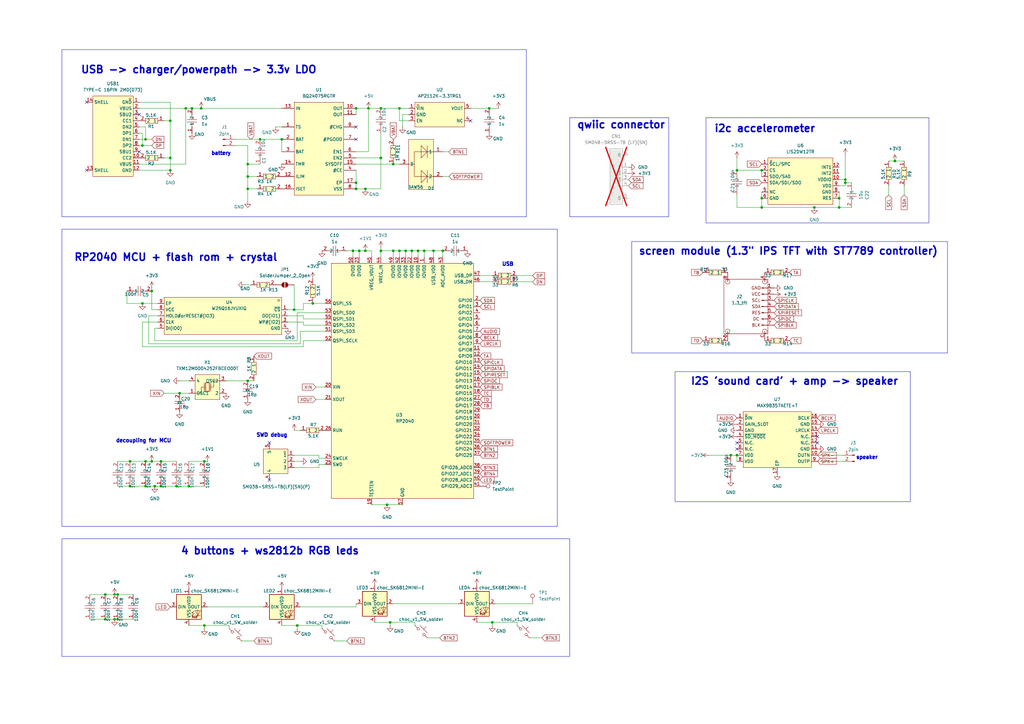
<source format=kicad_sch>
(kicad_sch (version 20250114) (generator "eeschema") (generator_version "9.0")
  (paper "A3")
  (rectangle (start 259.08 99.06) (end 388.62 144.78))
  (rectangle (start 25.4 93.98) (end 228.6 215.9))
  (rectangle (start 25.4 20.32) (end 215.9 88.9))
  (rectangle (start 25.4 220.98) (end 233.68 269.24))
  (rectangle (start 276.86 152.4) (end 373.38 205.74))
  (rectangle (start 233.68 48.26) (end 274.32 88.9))
  (rectangle (start 289.56 48.26) (end 381 91.44))
  (text "4 buttons + ws2812b RGB leds" (at 110.744 226.06 0) (effects (font (size 3 3) (thickness 0.6) (bold yes))))
  (text "i2c accelerometer" (at 313.69 52.832 0) (effects (font (size 3 3) (thickness 0.6) (bold yes))))
  (text "SWD debug" (at 111.506 178.562 0) (effects (font (size 1.5 1.5) (thickness 0.6) (bold yes))))
  (text "speaker" (at 355.6 187.706 0) (effects (font (size 1.5 1.5) (thickness 0.6) (bold yes))))
  (text "qwiic connector" (at 254.762 51.308 0) (effects (font (size 3 3) (thickness 0.6) (bold yes))))
  (text "RP2040 MCU + flash rom + crystal" (at 72.136 105.664 0) (effects (font (size 3 3) (thickness 0.6) (bold yes))))
  (text "USB -> charger/powerpath -> 3.3v LDO" (at 81.534 28.702 0) (effects (font (size 3 3) (thickness 0.6) (bold yes))))
  (text "USB" (at 208.28 108.458 0) (effects (font (size 1.5 1.5) (thickness 0.6) (bold yes))))
  (text "screen module (1.3\" IPS TFT with ST7789 controller)" (at 323.342 103.124 0) (effects (font (size 3 3) (thickness 0.6) (bold yes))))
  (text "I2S 'sound card' + amp -> speaker" (at 325.882 156.464 0) (effects (font (size 3 3) (thickness 0.6) (bold yes))))
  (text "battery" (at 90.678 62.992 0) (effects (font (size 1.5 1.5) (thickness 0.6) (bold yes))))
  (text "decoupling for MCU" (at 58.928 180.848 0) (effects (font (size 1.5 1.5) (thickness 0.6) (bold yes))))
  (junction (at 115.57 57.15))
  (junction (at 101.6 156.21))
  (junction (at 302.26 186.69))
  (junction (at 146.05 77.47))
  (junction (at 66.04 189.23))
  (junction (at 168.91 102.87))
  (junction (at 146.05 74.93))
  (junction (at 299.72 186.69))
  (junction (at 146.05 44.45))
  (junction (at 48.26 243.84))
  (junction (at 128.27 124.46))
  (junction (at 346.71 74.93))
  (junction (at 163.83 102.87))
  (junction (at 200.66 44.45))
  (junction (at 101.6 72.39))
  (junction (at 59.69 199.39))
  (junction (at 46.99 243.84))
  (junction (at 83.82 256.54))
  (junction (at 367.03 66.04))
  (junction (at 58.42 59.69))
  (junction (at 312.42 81.28))
  (junction (at 48.26 254))
  (junction (at 53.34 189.23))
  (junction (at 344.17 85.09))
  (junction (at 166.37 102.87))
  (junction (at 156.21 64.77))
  (junction (at 106.68 57.15))
  (junction (at 171.45 102.87))
  (junction (at 69.85 49.53))
  (junction (at 72.39 199.39))
  (junction (at 173.99 102.87))
  (junction (at 160.02 255.27))
  (junction (at 334.01 85.09))
  (junction (at 77.47 199.39))
  (junction (at 82.55 44.45))
  (junction (at 66.04 199.39))
  (junction (at 144.78 102.87))
  (junction (at 346.71 73.66))
  (junction (at 312.42 85.09))
  (junction (at 312.42 69.85))
  (junction (at 69.85 64.77))
  (junction (at 53.34 199.39))
  (junction (at 120.65 127))
  (junction (at 59.69 189.23))
  (junction (at 101.6 67.31))
  (junction (at 43.18 254))
  (junction (at 156.21 44.45))
  (junction (at 62.23 119.38))
  (junction (at 156.21 102.87))
  (junction (at 163.83 44.45))
  (junction (at 177.8 102.87))
  (junction (at 121.92 256.54))
  (junction (at 101.6 77.47))
  (junction (at 158.75 207.01))
  (junction (at 63.5 199.39))
  (junction (at 62.23 189.23))
  (junction (at 69.85 69.85))
  (junction (at 83.82 189.23))
  (junction (at 181.61 102.87))
  (junction (at 73.66 161.29))
  (junction (at 149.86 102.87))
  (junction (at 78.74 44.45))
  (junction (at 344.17 81.28))
  (junction (at 147.32 102.87))
  (junction (at 149.86 77.47))
  (junction (at 46.99 254))
  (junction (at 302.26 69.85))
  (junction (at 43.18 243.84))
  (junction (at 201.93 255.27))
  (junction (at 161.29 102.87))
  (junction (at 151.13 44.45))
  (junction (at 161.29 67.31))
  (junction (at 59.69 57.15))
  (junction (at 58.42 124.46))
  (junction (at 76.2 44.45))
  (no_connect (at 146.05 52.07))
  (no_connect (at 35.56 69.85))
  (no_connect (at 302.26 181.61))
  (no_connect (at 335.28 179.07))
  (no_connect (at 110.49 181.61))
  (no_connect (at 335.28 181.61))
  (no_connect (at 146.05 57.15))
  (no_connect (at 35.56 41.91))
  (no_connect (at 193.04 49.53))
  (no_connect (at 110.49 196.85))
  (no_connect (at 57.15 62.23))
  (no_connect (at 302.26 184.15))
  (no_connect (at 57.15 46.99))
  (wire (pts (xy 312.42 72.39) (xy 312.42 69.85)))
  (wire (pts (xy 120.65 127) (xy 124.46 127)))
  (wire (pts (xy 146.05 248.92) (xy 146.05 247.65)))
  (wire (pts (xy 161.29 247.65) (xy 187.96 247.65)))
  (wire (pts (xy 64.77 132.08) (xy 58.42 132.08)))
  (wire (pts (xy 147.32 102.87) (xy 147.32 105.41)))
  (wire (pts (xy 367.03 66.04) (xy 364.49 66.04)))
  (wire (pts (xy 167.64 46.99) (xy 165.1 46.99)))
  (wire (pts (xy 160.02 255.27) (xy 170.18 255.27)))
  (wire (pts (xy 218.44 113.03) (xy 212.09 113.03)))
  (wire (pts (xy 346.71 74.93) (xy 349.25 74.93)))
  (wire (pts (xy 124.46 127) (xy 124.46 124.46)))
  (wire (pts (xy 156.21 54.61) (xy 156.21 64.77)))
  (wire (pts (xy 120.65 116.84) (xy 120.65 127)))
  (wire (pts (xy 153.67 255.27) (xy 160.02 255.27)))
  (wire (pts (xy 181.61 62.23) (xy 184.15 62.23)))
  (wire (pts (xy 312.42 69.85) (xy 302.26 69.85)))
  (wire (pts (xy 67.31 49.53) (xy 69.85 49.53)))
  (wire (pts (xy 62.23 119.38) (xy 62.23 127)))
  (wire (pts (xy 115.57 57.15) (xy 115.57 62.23)))
  (wire (pts (xy 83.82 256.54) (xy 93.98 256.54)))
  (wire (pts (xy 120.65 186.69) (xy 130.81 186.69)))
  (wire (pts (xy 58.42 124.46) (xy 64.77 124.46)))
  (wire (pts (xy 63.5 139.7) (xy 121.92 139.7)))
  (wire (pts (xy 73.66 156.21) (xy 77.47 156.21)))
  (wire (pts (xy 195.58 255.27) (xy 201.93 255.27)))
  (wire (pts (xy 100.33 116.84) (xy 102.87 116.84)))
  (wire (pts (xy 64.77 127) (xy 62.23 127)))
  (wire (pts (xy 168.91 102.87) (xy 168.91 105.41)))
  (wire (pts (xy 146.05 62.23) (xy 151.13 62.23)))
  (wire (pts (xy 132.08 256.54) (xy 132.08 257.81)))
  (wire (pts (xy 163.83 44.45) (xy 167.64 44.45)))
  (wire (pts (xy 69.85 49.53) (xy 69.85 41.91)))
  (wire (pts (xy 344.17 85.09) (xy 334.01 85.09)))
  (wire (pts (xy 115.57 256.54) (xy 121.92 256.54)))
  (wire (pts (xy 156.21 77.47) (xy 149.86 77.47)))
  (wire (pts (xy 121.92 128.27) (xy 133.35 128.27)))
  (wire (pts (xy 168.91 102.87) (xy 171.45 102.87)))
  (wire (pts (xy 59.69 52.07) (xy 59.69 57.15)))
  (wire (pts (xy 63.5 199.39) (xy 66.04 199.39)))
  (wire (pts (xy 106.68 57.15) (xy 115.57 57.15)))
  (wire (pts (xy 175.26 261.62) (xy 180.34 261.62)))
  (wire (pts (xy 77.47 189.23) (xy 83.82 189.23)))
  (wire (pts (xy 161.29 102.87) (xy 163.83 102.87)))
  (wire (pts (xy 344.17 78.74) (xy 344.17 81.28)))
  (wire (pts (xy 72.39 199.39) (xy 77.47 199.39)))
  (wire (pts (xy 59.69 189.23) (xy 62.23 189.23)))
  (wire (pts (xy 124.46 139.7) (xy 133.35 139.7)))
  (wire (pts (xy 177.8 102.87) (xy 181.61 102.87)))
  (wire (pts (xy 200.66 44.45) (xy 193.04 44.45)))
  (wire (pts (xy 217.17 261.62) (xy 222.25 261.62)))
  (wire (pts (xy 156.21 102.87) (xy 161.29 102.87)))
  (wire (pts (xy 67.31 64.77) (xy 69.85 64.77)))
  (wire (pts (xy 165.1 46.99) (xy 165.1 52.07)))
  (wire (pts (xy 43.18 254) (xy 46.99 254)))
  (wire (pts (xy 181.61 72.39) (xy 184.15 72.39)))
  (wire (pts (xy 121.92 139.7) (xy 121.92 128.27)))
  (wire (pts (xy 130.81 186.69) (xy 130.81 187.96)))
  (wire (pts (xy 130.81 190.5) (xy 133.35 190.5)))
  (wire (pts (xy 48.26 254) (xy 54.61 254)))
  (wire (pts (xy 137.16 262.89) (xy 142.24 262.89)))
  (wire (pts (xy 123.19 135.89) (xy 123.19 140.97)))
  (wire (pts (xy 166.37 102.87) (xy 166.37 105.41)))
  (wire (pts (xy 57.15 52.07) (xy 59.69 52.07)))
  (wire (pts (xy 73.66 161.29) (xy 77.47 161.29)))
  (wire (pts (xy 124.46 124.46) (xy 128.27 124.46)))
  (wire (pts (xy 63.5 134.62) (xy 63.5 139.7)))
  (wire (pts (xy 146.05 67.31) (xy 161.29 67.31)))
  (wire (pts (xy 335.28 186.69) (xy 345.44 186.69)))
  (wire (pts (xy 101.6 59.69) (xy 96.52 59.69)))
  (wire (pts (xy 151.13 62.23) (xy 151.13 44.45)))
  (wire (pts (xy 93.98 256.54) (xy 93.98 257.81)))
  (wire (pts (xy 62.23 57.15) (xy 59.69 57.15)))
  (wire (pts (xy 212.09 255.27) (xy 212.09 256.54)))
  (wire (pts (xy 101.6 77.47) (xy 105.41 77.47)))
  (wire (pts (xy 57.15 44.45) (xy 76.2 44.45)))
  (wire (pts (xy 118.11 129.54) (xy 124.46 129.54)))
  (wire (pts (xy 334.01 85.09) (xy 312.42 85.09)))
  (wire (pts (xy 78.74 44.45) (xy 82.55 44.45)))
  (wire (pts (xy 129.54 163.83) (xy 133.35 163.83)))
  (wire (pts (xy 58.42 132.08) (xy 58.42 142.24)))
  (wire (pts (xy 124.46 132.08) (xy 124.46 133.35)))
  (wire (pts (xy 101.6 72.39) (xy 105.41 72.39)))
  (wire (pts (xy 101.6 156.21) (xy 92.71 156.21)))
  (wire (pts (xy 57.15 54.61) (xy 58.42 54.61)))
  (wire (pts (xy 201.93 255.27) (xy 212.09 255.27)))
  (wire (pts (xy 181.61 102.87) (xy 181.61 105.41)))
  (wire (pts (xy 123.19 248.92) (xy 146.05 248.92)))
  (wire (pts (xy 312.42 85.09) (xy 312.42 81.28)))
  (wire (pts (xy 196.85 115.57) (xy 201.93 115.57)))
  (wire (pts (xy 128.27 124.46) (xy 133.35 124.46)))
  (wire (pts (xy 152.4 105.41) (xy 152.4 102.87)))
  (wire (pts (xy 76.2 44.45) (xy 78.74 44.45)))
  (wire (pts (xy 62.23 59.69) (xy 58.42 59.69)))
  (wire (pts (xy 201.93 113.03) (xy 196.85 113.03)))
  (wire (pts (xy 290.83 186.69) (xy 299.72 186.69)))
  (wire (pts (xy 370.84 76.2) (xy 370.84 80.01)))
  (wire (pts (xy 146.05 69.85) (xy 146.05 74.93)))
  (wire (pts (xy 36.83 254) (xy 43.18 254)))
  (wire (pts (xy 123.19 140.97) (xy 60.96 140.97)))
  (wire (pts (xy 121.92 256.54) (xy 121.92 257.81)))
  (wire (pts (xy 58.42 142.24) (xy 124.46 142.24)))
  (wire (pts (xy 346.71 63.5) (xy 346.71 73.66)))
  (wire (pts (xy 101.6 77.47) (xy 101.6 72.39)))
  (wire (pts (xy 58.42 59.69) (xy 57.15 59.69)))
  (wire (pts (xy 36.83 243.84) (xy 43.18 243.84)))
  (wire (pts (xy 161.29 67.31) (xy 163.83 67.31)))
  (wire (pts (xy 204.47 44.45) (xy 200.66 44.45)))
  (wire (pts (xy 156.21 102.87) (xy 156.21 105.41)))
  (wire (pts (xy 146.05 77.47) (xy 149.86 77.47)))
  (wire (pts (xy 66.04 189.23) (xy 72.39 189.23)))
  (wire (pts (xy 53.34 199.39) (xy 59.69 199.39)))
  (wire (pts (xy 370.84 66.04) (xy 367.03 66.04)))
  (wire (pts (xy 302.26 186.69) (xy 302.26 189.23)))
  (wire (pts (xy 344.17 81.28) (xy 344.17 85.09)))
  (wire (pts (xy 146.05 44.45) (xy 146.05 46.99)))
  (wire (pts (xy 130.81 187.96) (xy 133.35 187.96)))
  (wire (pts (xy 83.82 189.23) (xy 85.09 189.23)))
  (wire (pts (xy 302.26 85.09) (xy 312.42 85.09)))
  (wire (pts (xy 96.52 57.15) (xy 106.68 57.15)))
  (wire (pts (xy 57.15 67.31) (xy 76.2 67.31)))
  (wire (pts (xy 144.78 102.87) (xy 144.78 105.41)))
  (wire (pts (xy 59.69 199.39) (xy 63.5 199.39)))
  (wire (pts (xy 156.21 64.77) (xy 156.21 77.47)))
  (wire (pts (xy 173.99 102.87) (xy 177.8 102.87)))
  (wire (pts (xy 69.85 69.85) (xy 57.15 69.85)))
  (wire (pts (xy 48.26 243.84) (xy 54.61 243.84)))
  (wire (pts (xy 83.82 256.54) (xy 83.82 257.81)))
  (wire (pts (xy 299.72 186.69) (xy 302.26 186.69)))
  (wire (pts (xy 146.05 44.45) (xy 151.13 44.45)))
  (wire (pts (xy 163.83 102.87) (xy 166.37 102.87)))
  (wire (pts (xy 62.23 118.11) (xy 62.23 119.38)))
  (wire (pts (xy 173.99 102.87) (xy 173.99 105.41)))
  (wire (pts (xy 76.2 67.31) (xy 76.2 44.45)))
  (wire (pts (xy 158.75 207.01) (xy 165.1 207.01)))
  (wire (pts (xy 156.21 44.45) (xy 163.83 44.45)))
  (wire (pts (xy 124.46 130.81) (xy 133.35 130.81)))
  (wire (pts (xy 166.37 102.87) (xy 168.91 102.87)))
  (wire (pts (xy 133.35 135.89) (xy 123.19 135.89)))
  (wire (pts (xy 129.54 158.75) (xy 133.35 158.75)))
  (wire (pts (xy 124.46 133.35) (xy 133.35 133.35)))
  (wire (pts (xy 48.26 189.23) (xy 53.34 189.23)))
  (wire (pts (xy 48.26 199.39) (xy 53.34 199.39)))
  (wire (pts (xy 302.26 80.01) (xy 302.26 85.09)))
  (wire (pts (xy 163.83 102.87) (xy 163.83 105.41)))
  (wire (pts (xy 118.11 127) (xy 120.65 127)))
  (wire (pts (xy 142.24 102.87) (xy 144.78 102.87)))
  (wire (pts (xy 152.4 102.87) (xy 149.86 102.87)))
  (wire (pts (xy 67.31 161.29) (xy 73.66 161.29)))
  (wire (pts (xy 118.11 132.08) (xy 124.46 132.08)))
  (wire (pts (xy 146.05 74.93) (xy 146.05 77.47)))
  (wire (pts (xy 66.04 199.39) (xy 72.39 199.39)))
  (wire (pts (xy 170.18 255.27) (xy 170.18 256.54)))
  (wire (pts (xy 346.71 74.93) (xy 346.71 73.66)))
  (wire (pts (xy 124.46 142.24) (xy 124.46 139.7)))
  (wire (pts (xy 346.71 76.2) (xy 346.71 74.93)))
  (wire (pts (xy 115.57 52.07) (xy 113.03 52.07)))
  (wire (pts (xy 101.6 67.31) (xy 106.68 67.31)))
  (wire (pts (xy 58.42 54.61) (xy 58.42 59.69)))
  (wire (pts (xy 120.65 176.53) (xy 123.19 176.53)))
  (wire (pts (xy 146.05 64.77) (xy 156.21 64.77)))
  (wire (pts (xy 53.34 189.23) (xy 59.69 189.23)))
  (wire (pts (xy 52.07 124.46) (xy 58.42 124.46)))
  (wire (pts (xy 120.65 191.77) (xy 130.81 191.77)))
  (wire (pts (xy 77.47 256.54) (xy 83.82 256.54)))
  (wire (pts (xy 152.4 207.01) (xy 158.75 207.01)))
  (wire (pts (xy 77.47 199.39) (xy 83.82 199.39)))
  (wire (pts (xy 344.17 85.09) (xy 349.25 85.09)))
  (wire (pts (xy 130.81 191.77) (xy 130.81 190.5)))
  (wire (pts (xy 104.14 156.21) (xy 101.6 156.21)))
  (wire (pts (xy 156.21 101.6) (xy 156.21 102.87)))
  (wire (pts (xy 344.17 76.2) (xy 346.71 76.2)))
  (wire (pts (xy 60.96 140.97) (xy 60.96 129.54)))
  (wire (pts (xy 302.26 64.77) (xy 302.26 69.85)))
  (wire (pts (xy 64.77 134.62) (xy 63.5 134.62)))
  (wire (pts (xy 101.6 67.31) (xy 101.6 59.69)))
  (wire (pts (xy 69.85 49.53) (xy 69.85 64.77)))
  (wire (pts (xy 60.96 129.54) (xy 64.77 129.54)))
  (wire (pts (xy 346.71 73.66) (xy 344.17 73.66)))
  (wire (pts (xy 218.44 115.57) (xy 212.09 115.57)))
  (wire (pts (xy 160.02 255.27) (xy 160.02 256.54)))
  (wire (pts (xy 46.99 254) (xy 48.26 254)))
  (wire (pts (xy 121.92 256.54) (xy 132.08 256.54)))
  (wire (pts (xy 85.09 248.92) (xy 107.95 248.92)))
  (wire (pts (xy 101.6 82.55) (xy 101.6 77.47)))
  (wire (pts (xy 59.69 57.15) (xy 57.15 57.15)))
  (wire (pts (xy 312.42 78.74) (xy 312.42 81.28)))
  (wire (pts (xy 203.2 247.65) (xy 218.44 247.65)))
  (wire (pts (xy 201.93 255.27) (xy 201.93 256.54)))
  (wire (pts (xy 69.85 64.77) (xy 69.85 69.85)))
  (wire (pts (xy 147.32 102.87) (xy 144.78 102.87)))
  (wire (pts (xy 161.29 102.87) (xy 161.29 105.41)))
  (wire (pts (xy 171.45 102.87) (xy 171.45 105.41)))
  (wire (pts (xy 364.49 76.2) (xy 364.49 80.01)))
  (wire (pts (xy 120.65 189.23) (xy 123.19 189.23)))
  (wire (pts (xy 177.8 102.87) (xy 177.8 105.41)))
  (wire (pts (xy 52.07 119.38) (xy 52.07 124.46)))
  (wire (pts (xy 167.64 49.53) (xy 163.83 49.53)))
  (wire (pts (xy 43.18 243.84) (xy 46.99 243.84)))
  (wire (pts (xy 163.83 49.53) (xy 163.83 44.45)))
  (wire (pts (xy 124.46 129.54) (xy 124.46 130.81)))
  (wire (pts (xy 62.23 189.23) (xy 66.04 189.23)))
  (wire (pts (xy 335.28 189.23) (xy 345.44 189.23)))
  (wire (pts (xy 46.99 243.84) (xy 48.26 243.84)))
  (wire (pts (xy 171.45 102.87) (xy 173.99 102.87)))
  (wire (pts (xy 57.15 41.91) (xy 69.85 41.91)))
  (wire (pts (xy 82.55 44.45) (xy 115.57 44.45)))
  (wire (pts (xy 101.6 72.39) (xy 101.6 67.31)))
  (wire (pts (xy 99.06 262.89) (xy 104.14 262.89)))
  (wire (pts (xy 151.13 44.45) (xy 156.21 44.45)))
  (wire (pts (xy 149.86 102.87) (xy 147.32 102.87)))
  (global_label "BCLK" (shape input) (at 196.85 138.43 0) (property "Intersheetrefs" "${INTERSHEET_REFS}" (effects (hide yes))))
  (global_label "VBAT" (shape input) (at 161.29 57.15 90) (property "Intersheetrefs" "${INTERSHEET_REFS}" (effects (hide yes))))
  (global_label "XOUT" (shape input) (at 104.14 146.05 0) (property "Intersheetrefs" "${INTERSHEET_REFS}" (effects (hide yes))))
  (global_label "SCL" (shape input) (at 312.42 67.31 180) (property "Intersheetrefs" "${INTERSHEET_REFS}" (effects (hide yes))))
  (global_label "SDA" (shape input) (at 196.85 123.19 0) (property "Intersheetrefs" "${INTERSHEET_REFS}" (effects (hide yes))))
  (global_label "SPIRESET" (shape input) (at 196.85 153.67 0) (property "Intersheetrefs" "${INTERSHEET_REFS}" (effects (hide yes))))
  (global_label "TA" (shape input) (at 196.85 146.05 0) (property "Intersheetrefs" "${INTERSHEET_REFS}" (effects (hide yes))))
  (global_label "BTN1" (shape input) (at 184.15 62.23 0) (property "Intersheetrefs" "${INTERSHEET_REFS}" (effects (hide yes))))
  (global_label "TD" (shape input) (at 288.29 139.7 180) (property "Intersheetrefs" "${INTERSHEET_REFS}" (effects (hide yes))))
  (global_label "XIN" (shape input) (at 67.31 161.29 180) (property "Intersheetrefs" "${INTERSHEET_REFS}" (effects (hide yes))))
  (global_label "BTN3" (shape input) (at 222.25 261.62 0) (property "Intersheetrefs" "${INTERSHEET_REFS}" (effects (hide yes))))
  (global_label "SPK+" (shape input) (at 335.28 189.23 0) (property "Intersheetrefs" "${INTERSHEET_REFS}" (effects (hide yes))))
  (global_label "SPIDC" (shape input) (at 196.85 156.21 0) (property "Intersheetrefs" "${INTERSHEET_REFS}" (effects (hide yes))))
  (global_label "SCL" (shape input) (at 364.49 80.01 270) (property "Intersheetrefs" "${INTERSHEET_REFS}" (effects (hide yes))))
  (global_label "SPIDATA" (shape input) (at 196.85 151.13 0) (property "Intersheetrefs" "${INTERSHEET_REFS}" (effects (hide yes))))
  (global_label "SPK-" (shape input) (at 335.28 186.69 0) (property "Intersheetrefs" "${INTERSHEET_REFS}" (effects (hide yes))))
  (global_label "LED" (shape input) (at 196.85 196.85 0) (property "Intersheetrefs" "${INTERSHEET_REFS}" (effects (hide yes))))
  (global_label "BTN1" (shape input) (at 196.85 184.15 0) (property "Intersheetrefs" "${INTERSHEET_REFS}" (effects (hide yes))))
  (global_label "AUDIO" (shape input) (at 196.85 135.89 0) (property "Intersheetrefs" "${INTERSHEET_REFS}" (effects (hide yes))))
  (global_label "BTN4" (shape input) (at 104.14 262.89 0) (property "Intersheetrefs" "${INTERSHEET_REFS}" (effects (hide yes))))
  (global_label "TD" (shape input) (at 196.85 163.83 0) (property "Intersheetrefs" "${INTERSHEET_REFS}" (effects (hide yes))))
  (global_label "SDA" (shape input) (at 312.42 74.93 180) (property "Intersheetrefs" "${INTERSHEET_REFS}" (effects (hide yes))))
  (global_label "SPIDC" (shape input) (at 317.5 130.81 0) (property "Intersheetrefs" "${INTERSHEET_REFS}" (effects (hide yes))))
  (global_label "BTN2" (shape input) (at 180.34 261.62 0) (property "Intersheetrefs" "${INTERSHEET_REFS}" (effects (hide yes))))
  (global_label "DN" (shape input) (at 218.44 115.57 0) (property "Intersheetrefs" "${INTERSHEET_REFS}" (effects (hide yes))))
  (global_label "LRCLK" (shape input) (at 196.85 140.97 0) (property "Intersheetrefs" "${INTERSHEET_REFS}" (effects (hide yes))))
  (global_label "SOFTPOWER" (shape input) (at 184.15 72.39 0) (property "Intersheetrefs" "${INTERSHEET_REFS}" (effects (hide yes))))
  (global_label "BTN4" (shape input) (at 196.85 194.31 0) (property "Intersheetrefs" "${INTERSHEET_REFS}" (effects (hide yes))))
  (global_label "TB" (shape input) (at 288.29 111.76 180) (property "Intersheetrefs" "${INTERSHEET_REFS}" (effects (hide yes))))
  (global_label "TA" (shape input) (at 323.85 111.76 0) (property "Intersheetrefs" "${INTERSHEET_REFS}" (effects (hide yes))))
  (global_label "SCL" (shape input) (at 257.81 76.2 0) (property "Intersheetrefs" "${INTERSHEET_REFS}" (effects (hide yes))))
  (global_label "SPIRESET" (shape input) (at 317.5 128.27 0) (property "Intersheetrefs" "${INTERSHEET_REFS}" (effects (hide yes))))
  (global_label "SPIBLK" (shape input) (at 196.85 158.75 0) (property "Intersheetrefs" "${INTERSHEET_REFS}" (effects (hide yes))))
  (global_label "SDA" (shape input) (at 257.81 73.66 0) (property "Intersheetrefs" "${INTERSHEET_REFS}" (effects (hide yes))))
  (global_label "BTN1" (shape input) (at 142.24 262.89 0) (property "Intersheetrefs" "${INTERSHEET_REFS}" (effects (hide yes))))
  (global_label "SPIBLK" (shape input) (at 317.5 133.35 0) (property "Intersheetrefs" "${INTERSHEET_REFS}" (effects (hide yes))))
  (global_label "DN" (shape input) (at 62.23 57.15 0) (property "Intersheetrefs" "${INTERSHEET_REFS}" (effects (hide yes))))
  (global_label "DP" (shape input) (at 218.44 113.03 0) (property "Intersheetrefs" "${INTERSHEET_REFS}" (effects (hide yes))))
  (global_label "TB" (shape input) (at 196.85 166.37 0) (property "Intersheetrefs" "${INTERSHEET_REFS}" (effects (hide yes))))
  (global_label "SOFTPOWER" (shape input) (at 196.85 181.61 0) (property "Intersheetrefs" "${INTERSHEET_REFS}" (effects (hide yes))))
  (global_label "XIN" (shape input) (at 129.54 158.75 180) (property "Intersheetrefs" "${INTERSHEET_REFS}" (effects (hide yes))))
  (global_label "SDA" (shape input) (at 370.84 80.01 270) (property "Intersheetrefs" "${INTERSHEET_REFS}" (effects (hide yes))))
  (global_label "LRCLK" (shape input) (at 335.28 176.53 0) (property "Intersheetrefs" "${INTERSHEET_REFS}" (effects (hide yes))))
  (global_label "VBAT" (shape input) (at 102.87 57.15 90) (property "Intersheetrefs" "${INTERSHEET_REFS}" (effects (hide yes))))
  (global_label "XOUT" (shape input) (at 129.54 163.83 180) (property "Intersheetrefs" "${INTERSHEET_REFS}" (effects (hide yes))))
  (global_label "BTN3" (shape input) (at 196.85 191.77 0) (property "Intersheetrefs" "${INTERSHEET_REFS}" (effects (hide yes))))
  (global_label "SPIDATA" (shape input) (at 317.5 125.73 0) (property "Intersheetrefs" "${INTERSHEET_REFS}" (effects (hide yes))))
  (global_label "SCL" (shape input) (at 196.85 125.73 0) (property "Intersheetrefs" "${INTERSHEET_REFS}" (effects (hide yes))))
  (global_label "SPICLK" (shape input) (at 317.5 123.19 0) (property "Intersheetrefs" "${INTERSHEET_REFS}" (effects (hide yes))))
  (global_label "TC" (shape input) (at 196.85 161.29 0) (property "Intersheetrefs" "${INTERSHEET_REFS}" (effects (hide yes))))
  (global_label "AUDIO" (shape input) (at 302.26 171.45 180) (property "Intersheetrefs" "${INTERSHEET_REFS}" (effects (hide yes))))
  (global_label "SPICLK" (shape input) (at 196.85 148.59 0) (property "Intersheetrefs" "${INTERSHEET_REFS}" (effects (hide yes))))
  (global_label "BCLK" (shape input) (at 335.28 171.45 0) (property "Intersheetrefs" "${INTERSHEET_REFS}" (effects (hide yes))))
  (global_label "TC" (shape input) (at 323.85 139.7 0) (property "Intersheetrefs" "${INTERSHEET_REFS}" (effects (hide yes))))
  (global_label "DP" (shape input) (at 62.23 59.69 0) (property "Intersheetrefs" "${INTERSHEET_REFS}" (effects (hide yes))))
  (global_label "LED" (shape input) (at 69.85 248.92 180) (property "Intersheetrefs" "${INTERSHEET_REFS}" (effects (hide yes))))
  (global_label "BTN2" (shape input) (at 196.85 186.69 0) (property "Intersheetrefs" "${INTERSHEET_REFS}" (effects (hide yes))))
  (symbol (lib_id "power:+3V3") (at 120.65 176.53 0) (unit 1)
    (property "Reference" "#PWR031" (effects (hide yes)))
    (property "Value" "+3V3" (at 120.65 171.45 0))
    (property "Description" "Power symbol creates a global label with name \"+3V3\"" (effects (hide yes)))
  )
  (symbol (lib_id "power:GND") (at 113.03 52.07 0) (unit 1)
    (property "Reference" "#PWR08" (effects (hide yes)))
    (property "Value" "GND" (at 109.474 54.356 0))
    (property "Description" "Power symbol creates a global label with name \"GND\" , ground" (effects (hide yes)))
  )
  (symbol (lib_id "easyeda2kicad:CL05B104KB54PNC") (at 302.26 74.93 90) (unit 1)
    (property "Reference" "C21" (at 300.482 76.962 0))
    (property "Value" "100n" (at 300.482 71.882 0))
    (property "Footprint" "easyeda2kicad:C0402" (effects (hide yes)))
    (property "Datasheet" "https://lcsc.com/product-detail/Others_Samsung-Electro-Mechanics_CL05B104KB54PNC_Samsung-Electro-Mechanics-CL05B104KB54PNC_C307331.html" (effects (hide yes)))
    (property "LCSC Part" "C307331" (effects (hide yes)))
  )
  (symbol (lib_id "easyeda2kicad:0402WGF5101TCE") (at 62.23 64.77 0) (mirror y) (unit 1)
    (property "Reference" "R2" (at 61.976 67.056 0))
    (property "Value" "5.1K" (at 61.976 62.484 0))
    (property "Footprint" "easyeda2kicad:R0402" (effects (hide yes)))
    (property "Datasheet" "https://lcsc.com/product-detail/Chip-Resistor-Surface-Mount-UniOhm_5-1KR-5101-1_C25905.html" (effects (hide yes)))
    (property "LCSC Part" "C25905" (effects (hide yes)))
  )
  (symbol (lib_id "power:+3V3") (at 302.26 173.99 90) (mirror x) (unit 1)
    (property "Reference" "#PWR050" (effects (hide yes)))
    (property "Value" "+3V3" (at 297.18 173.99 90))
    (property "Description" "Power symbol creates a global label with name \"+3V3\"" (effects (hide yes)))
  )
  (symbol (lib_id "PCM_marbastlib-choc:choc_v1_SW_solder") (at 172.72 259.08 0) (unit 1)
    (property "Reference" "CH3" (at 172.72 251.46 0))
    (property "Value" "choc_v1_SW_solder" (at 172.72 254 0))
    (property "Footprint" "PCM_marbastlib-choc:SW_choc_v1_1u" (effects (hide yes)))
    (property "Description" "Push button switch, normally open, two pins, 45° tilted" (effects (hide yes)))
  )
  (symbol (lib_id "power:+3V3") (at 257.81 71.12 270) (unit 1)
    (property "Reference" "#PWR056" (effects (hide yes)))
    (property "Value" "+3V3" (at 261.62 71.1199 90) (effects (justify left)))
    (property "Description" "Power symbol creates a global label with name \"+3V3\"" (effects (hide yes)))
  )
  (symbol (lib_id "power:GND") (at 317.5 118.11 90) (unit 1)
    (property "Reference" "#PWR06" (effects (hide yes)))
    (property "Value" "GND" (at 321.31 118.1099 90) (effects (justify right)))
    (property "Description" "Power symbol creates a global label with name \"GND\" , ground" (effects (hide yes)))
  )
  (symbol (lib_id "power:GND") (at 46.99 254 0) (mirror y) (unit 1)
    (property "Reference" "#PWR028" (effects (hide yes)))
    (property "Value" "GND" (at 50.546 256.286 0))
    (property "Description" "Power symbol creates a global label with name \"GND\" , ground" (effects (hide yes)))
  )
  (symbol (lib_id "power:GND") (at 101.6 163.83 0) (unit 1)
    (property "Reference" "#PWR043" (effects (hide yes)))
    (property "Value" "GND" (at 101.6 168.91 0))
    (property "Description" "Power symbol creates a global label with name \"GND\" , ground" (effects (hide yes)))
  )
  (symbol (lib_id "power:GND") (at 118.11 134.62 0) (mirror y) (unit 1)
    (property "Reference" "#PWR016" (effects (hide yes)))
    (property "Value" "GND" (at 118.872 138.43 0))
    (property "Description" "Power symbol creates a global label with name \"GND\" , ground" (effects (hide yes)))
  )
  (symbol (lib_id "Connector:TestPoint") (at 196.85 199.39 270) (unit 1)
    (property "Reference" "TP2" (at 201.93 198.1199 90) (effects (justify left)))
    (property "Value" "TestPoint" (at 201.93 200.6599 90) (effects (justify left)))
    (property "Footprint" "TestPoint:TestPoint_Pad_D1.0mm" (effects (hide yes)))
    (property "Description" "test point" (effects (hide yes)))
  )
  (symbol (lib_id "easyeda2kicad:AP2112K-3.3TRG1") (at 180.34 46.99 0) (unit 1)
    (property "Reference" "U2" (at 180.34 36.83 0))
    (property "Value" "AP2112K-3.3TRG1" (at 180.34 39.37 0))
    (property "Footprint" "easyeda2kicad:SOT-25-5_L2.9-W1.6-P0.95-LS2.8-BL" (effects (hide yes)))
    (property "Datasheet" "https://lcsc.com/product-detail/Low-Dropout-Regulators-LDO_DIODES_AP2112K-3-3TRG1_AP2112K-3-3TRG1_C51118.html" (effects (hide yes)))
    (property "LCSC Part" "C51118" (effects (hide yes)))
  )
  (symbol (lib_id "power:+3V3") (at 156.21 101.6 0) (unit 1)
    (property "Reference" "#PWR032" (effects (hide yes)))
    (property "Value" "+3V3" (at 156.21 96.52 0))
    (property "Description" "Power symbol creates a global label with name \"+3V3\"" (effects (hide yes)))
  )
  (symbol (lib_id "easyeda2kicad:0402WGF1001TCE") (at 110.49 72.39 0) (unit 1)
    (property "Reference" "R3" (at 106.934 74.422 0))
    (property "Value" "1K" (at 110.49 74.422 0))
    (property "Footprint" "easyeda2kicad:R0402" (effects (hide yes)))
    (property "Datasheet" "https://lcsc.com/product-detail/Chip-Resistor-Surface-Mount-UniOhm_1KR-1001-1_C11702.html" (effects (hide yes)))
    (property "LCSC Part" "C11702" (effects (hide yes)))
  )
  (symbol (lib_id "easyeda2kicad:CL05B104KB54PNC") (at 83.82 194.31 90) (unit 1)
    (property "Reference" "C18" (at 85.344 191.77 0))
    (property "Value" "100n" (at 85.09 197.866 0))
    (property "Footprint" "easyeda2kicad:C0402" (effects (hide yes)))
    (property "Datasheet" "https://lcsc.com/product-detail/Others_Samsung-Electro-Mechanics_CL05B104KB54PNC_Samsung-Electro-Mechanics-CL05B104KB54PNC_C307331.html" (effects (hide yes)))
    (property "LCSC Part" "C307331" (effects (hide yes)))
  )
  (symbol (lib_id "power:+3V3") (at 290.83 186.69 90) (mirror x) (unit 1)
    (property "Reference" "#PWR049" (effects (hide yes)))
    (property "Value" "+3V3" (at 285.75 186.69 90))
    (property "Description" "Power symbol creates a global label with name \"+3V3\"" (effects (hide yes)))
  )
  (symbol (lib_id "easyeda2kicad:TXM12M0004252FBCEO00T") (at 85.09 158.75 0) (unit 1)
    (property "Reference" "X1" (at 85.09 148.59 0))
    (property "Value" "TXM12M0004252FBCEO00T" (at 85.09 151.13 0))
    (property "Footprint" "easyeda2kicad:OSC-SMD_4P-L2.5-W2.0-BL" (effects (hide yes)))
    (property "Datasheet" "https://lcsc.com/product-detail/Others_Zhejiang-Abel-Elec-TXM12M0004252FBCEO00T_C284155.html" (effects (hide yes)))
    (property "LCSC Part" "C284155" (effects (hide yes)))
  )
  (symbol (lib_id "easyeda2kicad:0402WGF5101TCE") (at 364.49 71.12 90) (mirror x) (unit 1)
    (property "Reference" "R10" (at 366.776 71.374 0))
    (property "Value" "5.1K" (at 362.204 71.374 0))
    (property "Footprint" "easyeda2kicad:R0402" (effects (hide yes)))
    (property "Datasheet" "https://lcsc.com/product-detail/Chip-Resistor-Surface-Mount-UniOhm_5-1KR-5101-1_C25905.html" (effects (hide yes)))
    (property "LCSC Part" "C25905" (effects (hide yes)))
  )
  (symbol (lib_id "easyeda2kicad:CL21A106KAYNNNE") (at 106.68 62.23 90) (unit 1)
    (property "Reference" "C1" (at 108.204 65.786 0))
    (property "Value" "10u" (at 107.95 58.674 0))
    (property "Footprint" "easyeda2kicad:C0805" (effects (hide yes)))
    (property "Datasheet" "https://lcsc.com/product-detail/Multilayer-Ceramic-Capacitors-MLCC-SMD-SMT_SAMSUNG_CL21A106KAYNNNE_10uF-106-10-25V_C15850.html" (effects (hide yes)))
    (property "LCSC Part" "C15850" (effects (hide yes)))
  )
  (symbol (lib_id "easyeda2kicad:RP2040") (at 165.1 158.75 0) (unit 1)
    (property "Reference" "U3" (at 162.306 170.18 0) (effects (justify left)))
    (property "Value" "RP2040" (at 162.306 172.72 0) (effects (justify left)))
    (property "Footprint" "easyeda2kicad:LQFN-56_L7.0-W7.0-P0.4-EP" (effects (hide yes)))
    (property "LCSC Part" "C2040" (effects (hide yes)))
  )
  (symbol (lib_id "power:GND") (at 160.02 256.54 0) (mirror y) (unit 1)
    (property "Reference" "#PWR024" (effects (hide yes)))
    (property "Value" "GND" (at 163.576 258.826 0))
    (property "Description" "Power symbol creates a global label with name \"GND\" , ground" (effects (hide yes)))
  )
  (symbol (lib_id "power:+3V3") (at 62.23 118.11 0) (unit 1)
    (property "Reference" "#PWR018" (effects (hide yes)))
    (property "Value" "+3V3" (at 62.23 113.03 0))
    (property "Description" "Power symbol creates a global label with name \"+3V3\"" (effects (hide yes)))
  )
  (symbol (lib_id "power:+5V") (at 46.99 243.84 0) (unit 1)
    (property "Reference" "#PWR027" (effects (hide yes)))
    (property "Value" "+5V" (at 46.99 238.76 0))
    (property "Description" "Power symbol creates a global label with name \"+5V\"" (effects (hide yes)))
  )
  (symbol (lib_id "PCM_marbastlib-choc:choc_v1_SW_solder") (at 134.62 260.35 0) (unit 1)
    (property "Reference" "CH2" (at 134.62 252.73 0))
    (property "Value" "choc_v1_SW_solder" (at 134.62 255.27 0))
    (property "Footprint" "PCM_marbastlib-choc:SW_choc_v1_1u" (effects (hide yes)))
    (property "Description" "Push button switch, normally open, two pins, 45° tilted" (effects (hide yes)))
  )
  (symbol (lib_id "easyeda2kicad:CL05B104KB54PNC") (at 54.61 248.92 90) (unit 1)
    (property "Reference" "C9" (at 56.134 246.38 0))
    (property "Value" "100n" (at 55.88 252.476 0))
    (property "Footprint" "easyeda2kicad:C0402" (effects (hide yes)))
    (property "Datasheet" "https://lcsc.com/product-detail/Others_Samsung-Electro-Mechanics_CL05B104KB54PNC_Samsung-Electro-Mechanics-CL05B104KB54PNC_C307331.html" (effects (hide yes)))
    (property "LCSC Part" "C307331" (effects (hide yes)))
  )
  (symbol (lib_id "easyeda2kicad:CL05A105KA5NQNC") (at 78.74 49.53 90) (unit 1)
    (property "Reference" "C3" (at 82.55 48.2599 90) (effects (justify right)))
    (property "Value" "1u" (at 82.55 50.7999 90) (effects (justify right)))
    (property "Footprint" "easyeda2kicad:C0402" (effects (hide yes)))
    (property "Datasheet" "https://lcsc.com/product-detail/Multilayer-Ceramic-Capacitors-MLCC-SMD-SMT_SAMSUNG_CL05A105KA5NQNC_1uF-105-10-25V_C52923.html" (effects (hide yes)))
    (property "LCSC Part" "C52923" (effects (hide yes)))
  )
  (symbol (lib_id "easyeda2kicad:CL05B104KB54PNC") (at 299.72 191.77 90) (unit 1)
    (property "Reference" "C23" (at 297.942 193.802 0))
    (property "Value" "100n" (at 297.942 188.722 0))
    (property "Footprint" "easyeda2kicad:C0402" (effects (hide yes)))
    (property "Datasheet" "https://lcsc.com/product-detail/Others_Samsung-Electro-Mechanics_CL05B104KB54PNC_Samsung-Electro-Mechanics-CL05B104KB54PNC_C307331.html" (effects (hide yes)))
    (property "LCSC Part" "C307331" (effects (hide yes)))
  )
  (symbol (lib_id "easyeda2kicad:CL21A106KAYNNNE") (at 349.25 80.01 270) (unit 1)
    (property "Reference" "C22" (at 355.6 80.01 0))
    (property "Value" "10u" (at 353.06 80.01 0))
    (property "Footprint" "easyeda2kicad:C0805" (effects (hide yes)))
    (property "Datasheet" "https://lcsc.com/product-detail/Multilayer-Ceramic-Capacitors-MLCC-SMD-SMT_SAMSUNG_CL21A106KAYNNNE_10uF-106-10-25V_C15850.html" (effects (hide yes)))
    (property "LCSC Part" "C15850" (effects (hide yes)))
  )
  (symbol (lib_id "easyeda2kicad:0402WGF330JTCE") (at 207.01 115.57 0) (unit 1)
    (property "Reference" "R6" (at 211.328 116.84 0))
    (property "Value" "33" (at 203.2 116.84 0))
    (property "Footprint" "easyeda2kicad:R0402" (effects (hide yes)))
    (property "Datasheet" "https://lcsc.com/product-detail/Chip-Resistor-Surface-Mount-UniOhm_33R-33R0-1_C25105.html" (effects (hide yes)))
    (property "LCSC Part" "C25105" (effects (hide yes)))
  )
  (symbol (lib_id "easyeda2kicad:CL05B104KB54PNC") (at 57.15 119.38 0) (unit 1)
    (property "Reference" "C5" (at 59.69 120.904 0))
    (property "Value" "100n" (at 53.594 120.65 0))
    (property "Footprint" "easyeda2kicad:C0402" (effects (hide yes)))
    (property "Datasheet" "https://lcsc.com/product-detail/Others_Samsung-Electro-Mechanics_CL05B104KB54PNC_Samsung-Electro-Mechanics-CL05B104KB54PNC_C307331.html" (effects (hide yes)))
    (property "LCSC Part" "C307331" (effects (hide yes)))
  )
  (symbol (lib_id "power:+3V3") (at 302.26 64.77 0) (unit 1)
    (property "Reference" "#PWR02" (effects (hide yes)))
    (property "Value" "+3V3" (at 302.26 59.69 0))
    (property "Description" "Power symbol creates a global label with name \"+3V3\"" (effects (hide yes)))
  )
  (symbol (lib_id "easyeda2kicad:CL05A105KA5NQNC") (at 200.66 49.53 90) (unit 1)
    (property "Reference" "C4" (at 204.47 48.2599 90) (effects (justify right)))
    (property "Value" "1u" (at 204.47 50.7999 90) (effects (justify right)))
    (property "Footprint" "easyeda2kicad:C0402" (effects (hide yes)))
    (property "Datasheet" "https://lcsc.com/product-detail/Multilayer-Ceramic-Capacitors-MLCC-SMD-SMT_SAMSUNG_CL05A105KA5NQNC_1uF-105-10-25V_C52923.html" (effects (hide yes)))
    (property "LCSC Part" "C52923" (effects (hide yes)))
  )
  (symbol (lib_id "easyeda2kicad:CL05A105KA5NQNC") (at 137.16 102.87 180) (unit 1)
    (property "Reference" "C10" (at 137.16 96.52 0))
    (property "Value" "1u" (at 137.16 99.06 0))
    (property "Footprint" "easyeda2kicad:C0402" (effects (hide yes)))
    (property "Datasheet" "https://lcsc.com/product-detail/Multilayer-Ceramic-Capacitors-MLCC-SMD-SMT_SAMSUNG_CL05A105KA5NQNC_1uF-105-10-25V_C52923.html" (effects (hide yes)))
    (property "LCSC Part" "C52923" (effects (hide yes)))
  )
  (symbol (lib_id "PCM_marbastlib-choc:choc_SK6812MINI-E") (at 153.67 247.65 0) (unit 1)
    (property "Reference" "LED3" (at 148.59 241.046 0))
    (property "Value" "choc_SK6812MINI-E" (at 164.338 241.046 0))
    (property "Footprint" "PCM_marbastlib-choc:LED_choc_6028R" (effects (hide yes)))
    (property "Description" "Reverse mount adressable LED (WS2812 protocol)" (effects (hide yes)))
    (property "LCSC" "C5149201" (effects (hide yes)))
  )
  (symbol (lib_id "easyeda2kicad:CL21A106KAYNNNE") (at 156.21 49.53 90) (unit 1)
    (property "Reference" "C2" (at 157.734 53.086 0))
    (property "Value" "10u" (at 157.48 45.974 0))
    (property "Footprint" "easyeda2kicad:C0805" (effects (hide yes)))
    (property "Datasheet" "https://lcsc.com/product-detail/Multilayer-Ceramic-Capacitors-MLCC-SMD-SMT_SAMSUNG_CL21A106KAYNNNE_10uF-106-10-25V_C15850.html" (effects (hide yes)))
    (property "LCSC Part" "C15850" (effects (hide yes)))
  )
  (symbol (lib_id "easyeda2kicad:0402WGF1001TCE") (at 104.14 151.13 270) (unit 1)
    (property "Reference" "R8" (at 102.108 147.574 0))
    (property "Value" "1K" (at 102.108 151.13 0))
    (property "Footprint" "easyeda2kicad:R0402" (effects (hide yes)))
    (property "Datasheet" "https://lcsc.com/product-detail/Chip-Resistor-Surface-Mount-UniOhm_1KR-1001-1_C11702.html" (effects (hide yes)))
    (property "LCSC Part" "C11702" (effects (hide yes)))
  )
  (symbol (lib_id "power:GND") (at 69.85 69.85 0) (mirror y) (unit 1)
    (property "Reference" "#PWR01" (effects (hide yes)))
    (property "Value" "GND" (at 69.85 74.93 0))
    (property "Description" "Power symbol creates a global label with name \"GND\" , ground" (effects (hide yes)))
  )
  (symbol (lib_id "power:VBUS") (at 82.55 44.45 0) (mirror y) (unit 1)
    (property "Reference" "#PWR03" (effects (hide yes)))
    (property "Value" "VBUS" (at 86.106 40.64 0))
    (property "Description" "Power symbol creates a global label with name \"VBUS\"" (effects (hide yes)))
  )
  (symbol (lib_id "easyeda2kicad:CL05B104KB54PNC") (at 48.26 194.31 90) (unit 1)
    (property "Reference" "C12" (at 49.784 191.77 0))
    (property "Value" "100n" (at 49.53 197.866 0))
    (property "Footprint" "easyeda2kicad:C0402" (effects (hide yes)))
    (property "Datasheet" "https://lcsc.com/product-detail/Others_Samsung-Electro-Mechanics_CL05B104KB54PNC_Samsung-Electro-Mechanics-CL05B104KB54PNC_C307331.html" (effects (hide yes)))
    (property "LCSC Part" "C307331" (effects (hide yes)))
  )
  (symbol (lib_id "easyeda2kicad:W25Q16JVUXIQ") (at 91.44 130.81 0) (mirror y) (unit 1)
    (property "Reference" "U4" (at 93.98 123.952 0))
    (property "Value" "W25Q16JVUXIQ" (at 93.98 126.492 0))
    (property "Footprint" "easyeda2kicad:USON-8_L3.0-W2.0-P0.50-BL-EP" (effects (hide yes)))
    (property "LCSC Part" "C2843335" (effects (hide yes)))
  )
  (symbol (lib_id "PCM_marbastlib-choc:choc_SK6812MINI-E") (at 115.57 248.92 0) (unit 1)
    (property "Reference" "LED2" (at 110.49 242.316 0))
    (property "Value" "choc_SK6812MINI-E" (at 126.238 242.316 0))
    (property "Footprint" "PCM_marbastlib-choc:LED_choc_6028R" (effects (hide yes)))
    (property "Description" "Reverse mount adressable LED (WS2812 protocol)" (effects (hide yes)))
    (property "LCSC" "C5149201" (effects (hide yes)))
  )
  (symbol (lib_id "power:+5V") (at 77.47 241.3 0) (unit 1)
    (property "Reference" "#PWR020" (effects (hide yes)))
    (property "Value" "+5V" (at 77.47 236.22 0))
    (property "Description" "Power symbol creates a global label with name \"+5V\"" (effects (hide yes)))
  )
  (symbol (lib_id "easyeda2kicad:CL05B104KB54PNC") (at 53.34 194.31 90) (unit 1)
    (property "Reference" "C13" (at 54.864 191.77 0))
    (property "Value" "100n" (at 54.61 197.866 0))
    (property "Footprint" "easyeda2kicad:C0402" (effects (hide yes)))
    (property "Datasheet" "https://lcsc.com/product-detail/Others_Samsung-Electro-Mechanics_CL05B104KB54PNC_Samsung-Electro-Mechanics-CL05B104KB54PNC_C307331.html" (effects (hide yes)))
    (property "LCSC Part" "C307331" (effects (hide yes)))
  )
  (symbol (lib_id "easyeda2kicad:0402WGF5101TCE") (at 128.27 119.38 270) (mirror x) (unit 1)
    (property "Reference" "R12" (at 125.984 119.126 0))
    (property "Value" "5.1K" (at 130.556 119.126 0))
    (property "Footprint" "easyeda2kicad:R0402" (effects (hide yes)))
    (property "Datasheet" "https://lcsc.com/product-detail/Chip-Resistor-Surface-Mount-UniOhm_5-1KR-5101-1_C25905.html" (effects (hide yes)))
    (property "LCSC Part" "C25905" (effects (hide yes)))
  )
  (symbol (lib_id "easyeda2kicad:0402CG180J500NT") (at 101.6 160.02 90) (unit 1)
    (property "Reference" "C19" (at 102.108 158.496 90) (effects (justify right)))
    (property "Value" "18p" (at 101.6 161.798 90) (effects (justify right)))
    (property "Footprint" "easyeda2kicad:C0402" (effects (hide yes)))
    (property "Datasheet" "https://lcsc.com/product-detail/Multilayer-Ceramic-Capacitors-MLCC-SMD-SMT_18pF-180-5-50V_C1549.html" (effects (hide yes)))
    (property "LCSC Part" "C1549" (effects (hide yes)))
  )
  (symbol (lib_id "power:+3V3") (at 128.27 114.3 0) (unit 1)
    (property "Reference" "#PWR053" (effects (hide yes)))
    (property "Value" "+3V3" (at 128.27 109.22 0))
    (property "Description" "Power symbol creates a global label with name \"+3V3\"" (effects (hide yes)))
  )
  (symbol (lib_id "PCM_marbastlib-choc:choc_SK6812MINI-E") (at 77.47 248.92 0) (unit 1)
    (property "Reference" "LED1" (at 72.39 242.316 0))
    (property "Value" "choc_SK6812MINI-E" (at 88.138 242.316 0))
    (property "Footprint" "PCM_marbastlib-choc:LED_choc_6028R" (effects (hide yes)))
    (property "Description" "Reverse mount adressable LED (WS2812 protocol)" (effects (hide yes)))
    (property "LCSC" "C5149201" (effects (hide yes)))
  )
  (symbol (lib_id "easyeda2kicad:0402WGF330JTCE") (at 293.37 139.7 0) (unit 1)
    (property "Reference" "R16" (at 297.688 140.97 0))
    (property "Value" "33" (at 289.56 140.97 0))
    (property "Footprint" "easyeda2kicad:R0402" (effects (hide yes)))
    (property "Datasheet" "https://lcsc.com/product-detail/Chip-Resistor-Surface-Mount-UniOhm_33R-33R0-1_C25105.html" (effects (hide yes)))
    (property "LCSC Part" "C25105" (effects (hide yes)))
  )
  (symbol (lib_id "easyeda2kicad:0402WGF1001TCE") (at 107.95 116.84 0) (unit 1)
    (property "Reference" "R13" (at 112.014 118.872 0))
    (property "Value" "1K" (at 107.95 118.872 0))
    (property "Footprint" "easyeda2kicad:R0402" (effects (hide yes)))
    (property "Datasheet" "https://lcsc.com/product-detail/Chip-Resistor-Surface-Mount-UniOhm_1KR-1001-1_C11702.html" (effects (hide yes)))
    (property "LCSC Part" "C11702" (effects (hide yes)))
  )
  (symbol (lib_id "easyeda2kicad:LIS2DW12TR") (at 328.93 74.93 0) (unit 1)
    (property "Reference" "U6" (at 328.295 59.69 0))
    (property "Value" "LIS2DW12TR" (at 328.295 62.23 0))
    (property "Footprint" "easyeda2kicad:LGA-12_L2.0-W2.0-P0.50-BL" (effects (hide yes)))
    (property "Datasheet" "https://lcsc.com/product-detail/Motion-Sensors-Accelerometers_STMicroelectronics_LIS2DW12TR_LIS2DW12TR_C189624.html" (effects (hide yes)))
    (property "LCSC Part" "C189624" (effects (hide yes)))
  )
  (symbol (lib_id "power:GND") (at 92.71 161.29 0) (unit 1)
    (property "Reference" "#PWR042" (effects (hide yes)))
    (property "Value" "GND" (at 92.71 166.37 0))
    (property "Description" "Power symbol creates a global label with name \"GND\" , ground" (effects (hide yes)))
  )
  (symbol (lib_id "power:+1V1") (at 85.09 189.23 0) (unit 1)
    (property "Reference" "#PWR037" (effects (hide yes)))
    (property "Value" "+1V1" (at 85.09 184.15 0))
    (property "Description" "Power symbol creates a global label with name \"+1V1\"" (effects (hide yes)))
  )
  (symbol (lib_id "easyeda2kicad:CL05B104KB54PNC") (at 36.83 248.92 90) (unit 1)
    (property "Reference" "C6" (at 38.354 246.38 0))
    (property "Value" "100n" (at 38.1 252.476 0))
    (property "Footprint" "easyeda2kicad:C0402" (effects (hide yes)))
    (property "Datasheet" "https://lcsc.com/product-detail/Others_Samsung-Electro-Mechanics_CL05B104KB54PNC_Samsung-Electro-Mechanics-CL05B104KB54PNC_C307331.html" (effects (hide yes)))
    (property "LCSC Part" "C307331" (effects (hide yes)))
  )
  (symbol (lib_id "power:GND") (at 123.19 189.23 90) (unit 1)
    (property "Reference" "#PWR030" (effects (hide yes)))
    (property "Value" "GND" (at 127 189.2299 90) (effects (justify right)))
    (property "Description" "Power symbol creates a global label with name \"GND\" , ground" (effects (hide yes)))
  )
  (symbol (lib_id "easyeda2kicad:0402WGF1004TCE") (at 161.29 62.23 90) (unit 1)
    (property "Reference" "R11" (at 163.322 59.182 0) (effects (justify right)))
    (property "Value" "1M" (at 163.068 63.246 0) (effects (justify right)))
    (property "Footprint" "easyeda2kicad:R0402" (effects (hide yes)))
    (property "Datasheet" "https://lcsc.com/product-detail/Chip-Resistor-Surface-Mount-UniOhm_1MR-1004-1_C26083.html" (effects (hide yes)))
    (property "LCSC Part" "C26083" (effects (hide yes)))
  )
  (symbol (lib_id "power:GND") (at 191.77 102.87 0) (unit 1)
    (property "Reference" "#PWR035" (effects (hide yes)))
    (property "Value" "GND" (at 191.77 107.95 0))
    (property "Description" "Power symbol creates a global label with name \"GND\" , ground" (effects (hide yes)))
  )
  (symbol (lib_id "PCM_marbastlib-choc:choc_SK6812MINI-E") (at 195.58 247.65 0) (unit 1)
    (property "Reference" "LED4" (at 190.5 241.046 0))
    (property "Value" "choc_SK6812MINI-E" (at 206.248 241.046 0))
    (property "Footprint" "PCM_marbastlib-choc:LED_choc_6028R" (effects (hide yes)))
    (property "Description" "Reverse mount adressable LED (WS2812 protocol)" (effects (hide yes)))
    (property "LCSC" "C5149201" (effects (hide yes)))
  )
  (symbol (lib_id "power:+3V3") (at 367.03 66.04 0) (unit 1)
    (property "Reference" "#PWR039" (effects (hide yes)))
    (property "Value" "+3V3" (at 367.03 60.96 0))
    (property "Description" "Power symbol creates a global label with name \"+3V3\"" (effects (hide yes)))
  )
  (symbol (lib_id "power:GND") (at 257.81 68.58 90) (unit 1)
    (property "Reference" "#PWR055" (effects (hide yes)))
    (property "Value" "GND" (at 261.62 68.5799 90) (effects (justify right)))
    (property "Description" "Power symbol creates a global label with name \"GND\" , ground" (effects (hide yes)))
  )
  (symbol (lib_id "easyeda2kicad:0402CG180J500NT") (at 73.66 165.1 90) (unit 1)
    (property "Reference" "C20" (at 74.168 163.576 90) (effects (justify right)))
    (property "Value" "18p" (at 73.66 166.878 90) (effects (justify right)))
    (property "Footprint" "easyeda2kicad:C0402" (effects (hide yes)))
    (property "Datasheet" "https://lcsc.com/product-detail/Multilayer-Ceramic-Capacitors-MLCC-SMD-SMT_18pF-180-5-50V_C1549.html" (effects (hide yes)))
    (property "LCSC Part" "C1549" (effects (hide yes)))
  )
  (symbol (lib_id "power:+5V") (at 195.58 240.03 0) (unit 1)
    (property "Reference" "#PWR025" (effects (hide yes)))
    (property "Value" "+5V" (at 195.58 234.95 0))
    (property "Description" "Power symbol creates a global label with name \"+5V\"" (effects (hide yes)))
  )
  (symbol (lib_id "power:GND") (at 318.77 194.31 0) (unit 1)
    (property "Reference" "#PWR046" (effects (hide yes)))
    (property "Value" "GND" (at 318.77 199.39 0))
    (property "Description" "Power symbol creates a global label with name \"GND\" , ground" (effects (hide yes)))
  )
  (symbol (lib_id "PCM_marbastlib-choc:choc_v1_SW_solder") (at 96.52 260.35 0) (unit 1)
    (property "Reference" "CH1" (at 96.52 252.73 0))
    (property "Value" "choc_v1_SW_solder" (at 96.52 255.27 0))
    (property "Footprint" "PCM_marbastlib-choc:SW_choc_v1_1u" (effects (hide yes)))
    (property "Description" "Push button switch, normally open, two pins, 45° tilted" (effects (hide yes)))
  )
  (symbol (lib_id "easyeda2kicad:0402WGF330JTCE") (at 293.37 111.76 180) (unit 1)
    (property "Reference" "R15" (at 289.052 110.49 0))
    (property "Value" "33" (at 297.18 110.49 0))
    (property "Footprint" "easyeda2kicad:R0402" (effects (hide yes)))
    (property "Datasheet" "https://lcsc.com/product-detail/Chip-Resistor-Surface-Mount-UniOhm_33R-33R0-1_C25105.html" (effects (hide yes)))
    (property "LCSC Part" "C25105" (effects (hide yes)))
  )
  (symbol (lib_id "power:+3V3") (at 62.23 189.23 0) (unit 1)
    (property "Reference" "#PWR036" (effects (hide yes)))
    (property "Value" "+3V3" (at 62.23 184.15 0))
    (property "Description" "Power symbol creates a global label with name \"+3V3\"" (effects (hide yes)))
  )
  (symbol (lib_id "easyeda2kicad:0402WGF5101TCE") (at 128.27 176.53 0) (mirror x) (unit 1)
    (property "Reference" "R7" (at 128.524 174.244 0))
    (property "Value" "5.1K" (at 128.524 178.816 0))
    (property "Footprint" "easyeda2kicad:R0402" (effects (hide yes)))
    (property "Datasheet" "https://lcsc.com/product-detail/Chip-Resistor-Surface-Mount-UniOhm_5-1KR-5101-1_C25905.html" (effects (hide yes)))
    (property "LCSC Part" "C25905" (effects (hide yes)))
  )
  (symbol (lib_id "easyeda2kicad:0402WGF330JTCE") (at 318.77 139.7 0) (unit 1)
    (property "Reference" "R14" (at 323.088 140.97 0))
    (property "Value" "33" (at 314.96 140.97 0))
    (property "Footprint" "easyeda2kicad:R0402" (effects (hide yes)))
    (property "Datasheet" "https://lcsc.com/product-detail/Chip-Resistor-Surface-Mount-UniOhm_33R-33R0-1_C25105.html" (effects (hide yes)))
    (property "LCSC Part" "C25105" (effects (hide yes)))
  )
  (symbol (lib_id "power:+3V3") (at 204.47 44.45 0) (unit 1)
    (property "Reference" "#PWR014" (effects (hide yes)))
    (property "Value" "+3V3" (at 204.47 39.37 0))
    (property "Description" "Power symbol creates a global label with name \"+3V3\"" (effects (hide yes)))
  )
  (symbol (lib_id "easyeda2kicad:BQ24075RGTR") (at 130.81 60.96 0) (unit 1)
    (property "Reference" "U1" (at 130.81 36.83 0))
    (property "Value" "BQ24075RGTR" (at 130.81 39.37 0))
    (property "Footprint" "easyeda2kicad:QFN-16_L3.0-W3.0-P0.50-TL-EP1.7" (effects (hide yes)))
    (property "Datasheet" "https://lcsc.com/product-detail/PMIC-Battery-Management_TI_BQ24075RGTR_BQ24075RGTR_C15464.html" (effects (hide yes)))
    (property "LCSC Part" "C15464" (effects (hide yes)))
  )
  (symbol (lib_id "easyeda2kicad:TYPE-C16PIN2MD(073)") (at 45.72 55.88 0) (mirror y) (unit 1)
    (property "Reference" "USB1" (at 46.355 34.29 0))
    (property "Value" "TYPE-C 16PIN 2MD(073)" (at 46.355 36.83 0))
    (property "Footprint" "easyeda2kicad:USB-C-SMD_TYPE-C-6PIN-2MD-073" (effects (hide yes)))
    (property "LCSC Part" "C2765186" (effects (hide yes)))
  )
  (symbol (lib_id "power:GND") (at 132.08 102.87 0) (unit 1)
    (property "Reference" "#PWR034" (effects (hide yes)))
    (property "Value" "GND" (at 132.08 107.95 0))
    (property "Description" "Power symbol creates a global label with name \"GND\" , ground" (effects (hide yes)))
  )
  (symbol (lib_id "power:GND") (at 83.82 257.81 0) (mirror y) (unit 1)
    (property "Reference" "#PWR019" (effects (hide yes)))
    (property "Value" "GND" (at 87.376 260.096 0))
    (property "Description" "Power symbol creates a global label with name \"GND\" , ground" (effects (hide yes)))
  )
  (symbol (lib_id "easyeda2kicad:MAX98357AETE+T") (at 318.77 180.34 0) (unit 1)
    (property "Reference" "U7" (at 318.77 163.83 0))
    (property "Value" "MAX98357AETE+T" (at 318.77 166.37 0))
    (property "Footprint" "easyeda2kicad:TQFN-16_L3.0-W3.0-P0.50-BL-EP1.5" (effects (hide yes)))
    (property "Datasheet" "https://jlcpcb.com/api/file/downloadByFileSystemAccessId/8588886693302161408" (effects (hide yes)))
    (property "LCSC Part" "C910544" (effects (hide yes)))
  )
  (symbol (lib_id "power:GND") (at 149.86 77.47 0) (mirror y) (unit 1)
    (property "Reference" "#PWR010" (effects (hide yes)))
    (property "Value" "GND" (at 153.416 79.756 0))
    (property "Description" "Power symbol creates a global label with name \"GND\" , ground" (effects (hide yes)))
  )
  (symbol (lib_id "power:+3V3") (at 302.26 179.07 90) (mirror x) (unit 1)
    (property "Reference" "#PWR051" (effects (hide yes)))
    (property "Value" "+3V3" (at 297.18 179.07 90))
    (property "Description" "Power symbol creates a global label with name \"+3V3\"" (effects (hide yes)))
  )
  (symbol (lib_id "power:GND") (at 201.93 256.54 0) (mirror y) (unit 1)
    (property "Reference" "#PWR026" (effects (hide yes)))
    (property "Value" "GND" (at 205.486 258.826 0))
    (property "Description" "Power symbol creates a global label with name \"GND\" , ground" (effects (hide yes)))
  )
  (symbol (lib_id "Connector:TestPoint") (at 218.44 247.65 0) (unit 1)
    (property "Reference" "TP1" (at 220.98 243.0779 0) (effects (justify left)))
    (property "Value" "TestPoint" (at 220.98 245.6179 0) (effects (justify left)))
    (property "Footprint" "TestPoint:TestPoint_Pad_D1.0mm" (effects (hide yes)))
    (property "Description" "test point" (effects (hide yes)))
  )
  (symbol (lib_id "easyeda2kicad:CL05B104KB54PNC") (at 43.18 248.92 90) (unit 1)
    (property "Reference" "C7" (at 44.704 246.38 0))
    (property "Value" "100n" (at 44.45 252.476 0))
    (property "Footprint" "easyeda2kicad:C0402" (effects (hide yes)))
    (property "Datasheet" "https://lcsc.com/product-detail/Others_Samsung-Electro-Mechanics_CL05B104KB54PNC_Samsung-Electro-Mechanics-CL05B104KB54PNC_C307331.html" (effects (hide yes)))
    (property "LCSC Part" "C307331" (effects (hide yes)))
  )
  (symbol (lib_id "easyeda2kicad:SM04B-SRSS-TB(LF)(SN)") (at 254 72.39 270) (unit 1) (in_bom no) (dnp yes)
    (property "Reference" "CN1" (at 252.73 55.88 90))
    (property "Value" "SM04B-SRSS-TB (LF)(SN)" (at 252.73 58.42 90))
    (property "Footprint" "easyeda2kicad:CONN-SMD_4P-P1.00_SM04B-SRSS-TB-LF-SN" (effects (hide yes)))
    (property "Datasheet" "https://lcsc.com/product-detail/Others_JST-Sales-America__JST-Sales-America-SM04B-SRSS-TB-LF-SN_C160404.html" (effects (hide yes)))
    (property "LCSC Part" "C160404" (effects (hide yes)))
  )
  (symbol (lib_id "Connector:Conn_01x02_Pin") (at 350.52 186.69 0) (mirror y) (unit 1)
    (property "Reference" "J3" (at 349.885 181.61 0))
    (property "Value" "2pin" (at 350.012 184.404 0))
    (property "Footprint" "Connector_PinHeader_2.54mm:PinHeader_1x02_P2.54mm_Vertical" (effects (hide yes)))
    (property "Description" "Generic connector, single row, 01x02, script generated" (effects (hide yes)))
  )
  (symbol (lib_id "power:GND") (at 101.6 82.55 0) (unit 1)
    (property "Reference" "#PWR07" (effects (hide yes)))
    (property "Value" "GND" (at 98.044 84.836 0))
    (property "Description" "Power symbol creates a global label with name \"GND\" , ground" (effects (hide yes)))
  )
  (symbol (lib_id "PCM_marbastlib-choc:choc_v1_SW_solder") (at 214.63 259.08 0) (unit 1)
    (property "Reference" "CH4" (at 214.63 251.46 0))
    (property "Value" "choc_v1_SW_solder" (at 214.63 254 0))
    (property "Footprint" "PCM_marbastlib-choc:SW_choc_v1_1u" (effects (hide yes)))
    (property "Description" "Push button switch, normally open, two pins, 45° tilted" (effects (hide yes)))
  )
  (symbol (lib_id "easyeda2kicad:CL05B104KB54PNC") (at 72.39 194.31 90) (unit 1)
    (property "Reference" "C16" (at 73.914 191.77 0))
    (property "Value" "100n" (at 73.66 197.866 0))
    (property "Footprint" "easyeda2kicad:C0402" (effects (hide yes)))
    (property "Datasheet" "https://lcsc.com/product-detail/Others_Samsung-Electro-Mechanics_CL05B104KB54PNC_Samsung-Electro-Mechanics-CL05B104KB54PNC_C307331.html" (effects (hide yes)))
    (property "LCSC Part" "C307331" (effects (hide yes)))
  )
  (symbol (lib_id "power:GND") (at 158.75 207.01 0) (unit 1)
    (property "Reference" "#PWR029" (effects (hide yes)))
    (property "Value" "GND" (at 158.75 212.09 0))
    (property "Description" "Power symbol creates a global label with name \"GND\" , ground" (effects (hide yes)))
  )
  (symbol (lib_id "power:GND") (at 335.28 173.99 90) (unit 1)
    (property "Reference" "#PWR047" (effects (hide yes)))
    (property "Value" "GND" (at 339.09 173.9899 90) (effects (justify right)))
    (property "Description" "Power symbol creates a global label with name \"GND\" , ground" (effects (hide yes)))
  )
  (symbol (lib_id "easyeda2kicad:0402WGF1001TCE") (at 110.49 77.47 0) (unit 1)
    (property "Reference" "R4" (at 106.934 79.502 0))
    (property "Value" "1K" (at 110.49 79.502 0))
    (property "Footprint" "easyeda2kicad:R0402" (effects (hide yes)))
    (property "Datasheet" "https://lcsc.com/product-detail/Chip-Resistor-Surface-Mount-UniOhm_1KR-1001-1_C11702.html" (effects (hide yes)))
    (property "LCSC Part" "C11702" (effects (hide yes)))
  )
  (symbol (lib_id "easyeda2kicad:0402WGF5101TCE") (at 370.84 71.12 90) (mirror x) (unit 1)
    (property "Reference" "R9" (at 373.126 71.374 0))
    (property "Value" "5.1K" (at 368.554 71.374 0))
    (property "Footprint" "easyeda2kicad:R0402" (effects (hide yes)))
    (property "Datasheet" "https://lcsc.com/product-detail/Chip-Resistor-Surface-Mount-UniOhm_5-1KR-5101-1_C25905.html" (effects (hide yes)))
    (property "LCSC Part" "C25905" (effects (hide yes)))
  )
  (symbol (lib_id "easyeda2kicad:0402WGF330JTCE") (at 318.77 111.76 0) (unit 1)
    (property "Reference" "R17" (at 323.088 113.03 0))
    (property "Value" "33" (at 314.96 113.03 0))
    (property "Footprint" "easyeda2kicad:R0402" (effects (hide yes)))
    (property "Datasheet" "https://lcsc.com/product-detail/Chip-Resistor-Surface-Mount-UniOhm_33R-33R0-1_C25105.html" (effects (hide yes)))
    (property "LCSC Part" "C25105" (effects (hide yes)))
  )
  (symbol (lib_id "power:GND") (at 335.28 184.15 90) (unit 1)
    (property "Reference" "#PWR045" (effects (hide yes)))
    (property "Value" "GND" (at 339.09 184.1499 90) (effects (justify right)))
    (property "Description" "Power symbol creates a global label with name \"GND\" , ground" (effects (hide yes)))
  )
  (symbol (lib_id "easyeda2kicad:CL05B104KB54PNC") (at 59.69 194.31 90) (unit 1)
    (property "Reference" "C14" (at 61.214 191.77 0))
    (property "Value" "100n" (at 60.96 197.866 0))
    (property "Footprint" "easyeda2kicad:C0402" (effects (hide yes)))
    (property "Datasheet" "https://lcsc.com/product-detail/Others_Samsung-Electro-Mechanics_CL05B104KB54PNC_Samsung-Electro-Mechanics-CL05B104KB54PNC_C307331.html" (effects (hide yes)))
    (property "LCSC Part" "C307331" (effects (hide yes)))
  )
  (symbol (lib_id "power:GND") (at 78.74 54.61 0) (mirror y) (unit 1)
    (property "Reference" "#PWR012" (effects (hide yes)))
    (property "Value" "GND" (at 81.788 55.118 0))
    (property "Description" "Power symbol creates a global label with name \"GND\" , ground" (effects (hide yes)))
  )
  (symbol (lib_id "power:GND") (at 334.01 85.09 0) (unit 1)
    (property "Reference" "#PWR05" (effects (hide yes)))
    (property "Value" "GND" (at 334.01 90.17 0))
    (property "Description" "Power symbol creates a global label with name \"GND\" , ground" (effects (hide yes)))
  )
  (symbol (lib_id "power:GND") (at 299.72 196.85 0) (unit 1)
    (property "Reference" "#PWR052" (effects (hide yes)))
    (property "Value" "GND" (at 299.72 201.93 0))
    (property "Description" "Power symbol creates a global label with name \"GND\" , ground" (effects (hide yes)))
  )
  (symbol (lib_id "power:GND") (at 73.66 168.91 0) (unit 1)
    (property "Reference" "#PWR044" (effects (hide yes)))
    (property "Value" "GND" (at 73.66 173.99 0))
    (property "Description" "Power symbol creates a global label with name \"GND\" , ground" (effects (hide yes)))
  )
  (symbol (lib_id "power:GND") (at 200.66 54.61 0) (mirror y) (unit 1)
    (property "Reference" "#PWR015" (effects (hide yes)))
    (property "Value" "GND" (at 204.216 56.896 0))
    (property "Description" "Power symbol creates a global label with name \"GND\" , ground" (effects (hide yes)))
  )
  (symbol (lib_id "easyeda2kicad:BAW56_C7502729") (at 172.72 67.31 90) (mirror x) (unit 1)
    (property "Reference" "D1" (at 176.784 77.216 90))
    (property "Value" "BAW56" (at 170.434 76.708 90))
    (property "Footprint" "easyeda2kicad:SOT-23-3_L2.9-W1.3-P1.90-LS2.4-BL-1" (effects (hide yes)))
    (property "LCSC Part" "C7502729" (effects (hide yes)))
  )
  (symbol (lib_id "Jumper:SolderJumper_2_Open") (at 116.84 116.84 0) (unit 1) (in_bom no)
    (property "Reference" "JP1" (at 116.84 110.49 0))
    (property "Value" "SolderJumper_2_Open" (at 116.84 113.03 0))
    (property "Footprint" "Jumper:SolderJumper-2_P1.3mm_Open_RoundedPad1.0x1.5mm" (effects (hide yes)))
    (property "Description" "Solder Jumper, 2-pole, open" (effects (hide yes)))
  )
  (symbol (lib_id "power:GND") (at 63.5 199.39 0) (unit 1)
    (property "Reference" "#PWR038" (effects (hide yes)))
    (property "Value" "GND" (at 63.5 204.47 0))
    (property "Description" "Power symbol creates a global label with name \"GND\" , ground" (effects (hide yes)))
  )
  (symbol (lib_id "easyeda2kicad:CL05B104KB54PNC") (at 48.26 248.92 90) (unit 1)
    (property "Reference" "C8" (at 49.784 246.38 0))
    (property "Value" "100n" (at 49.53 252.476 0))
    (property "Footprint" "easyeda2kicad:C0402" (effects (hide yes)))
    (property "Datasheet" "https://lcsc.com/product-detail/Others_Samsung-Electro-Mechanics_CL05B104KB54PNC_Samsung-Electro-Mechanics-CL05B104KB54PNC_C307331.html" (effects (hide yes)))
    (property "LCSC Part" "C307331" (effects (hide yes)))
  )
  (symbol (lib_id "power:GND") (at 115.57 67.31 0) (unit 1)
    (property "Reference" "#PWR09" (effects (hide yes)))
    (property "Value" "GND" (at 112.014 69.596 0))
    (property "Description" "Power symbol creates a global label with name \"GND\" , ground" (effects (hide yes)))
  )
  (symbol (lib_id "power:+3V3") (at 317.5 120.65 270) (unit 1)
    (property "Reference" "#PWR040" (effects (hide yes)))
    (property "Value" "+3V3" (at 321.31 120.6499 90) (effects (justify left)))
    (property "Description" "Power symbol creates a global label with name \"+3V3\"" (effects (hide yes)))
  )
  (symbol (lib_id "power:+1V1") (at 149.86 102.87 0) (unit 1)
    (property "Reference" "#PWR033" (effects (hide yes)))
    (property "Value" "+1V1" (at 149.86 97.79 0))
    (property "Description" "Power symbol creates a global label with name \"+1V1\"" (effects (hide yes)))
  )
  (symbol (lib_id "power:GND") (at 121.92 257.81 0) (mirror y) (unit 1)
    (property "Reference" "#PWR022" (effects (hide yes)))
    (property "Value" "GND" (at 125.476 260.096 0))
    (property "Description" "Power symbol creates a global label with name \"GND\" , ground" (effects (hide yes)))
  )
  (symbol (lib_id "easyeda2kicad:0402WGF330JTCE") (at 207.01 113.03 0) (unit 1)
    (property "Reference" "R5" (at 211.328 114.3 0))
    (property "Value" "33" (at 203.2 114.3 0))
    (property "Footprint" "easyeda2kicad:R0402" (effects (hide yes)))
    (property "Datasheet" "https://lcsc.com/product-detail/Chip-Resistor-Surface-Mount-UniOhm_33R-33R0-1_C25105.html" (effects (hide yes)))
    (property "LCSC Part" "C25105" (effects (hide yes)))
  )
  (symbol (lib_id "power:+3V3") (at 346.71 63.5 0) (unit 1)
    (property "Reference" "#PWR04" (effects (hide yes)))
    (property "Value" "+3V3" (at 346.71 58.42 0))
    (property "Description" "Power symbol creates a global label with name \"+3V3\"" (effects (hide yes)))
  )
  (symbol (lib_id "power:GND") (at 73.66 156.21 270) (unit 1)
    (property "Reference" "#PWR041" (effects (hide yes)))
    (property "Value" "GND" (at 69.85 156.2099 90) (effects (justify right)))
    (property "Description" "Power symbol creates a global label with name \"GND\" , ground" (effects (hide yes)))
  )
  (symbol (lib_id "power:GND") (at 302.26 176.53 270) (unit 1)
    (property "Reference" "#PWR048" (effects (hide yes)))
    (property "Value" "GND" (at 298.45 176.5299 90) (effects (justify right)))
    (property "Description" "Power symbol creates a global label with name \"GND\" , ground" (effects (hide yes)))
  )
  (symbol (lib_id "power:+5V") (at 115.57 241.3 0) (unit 1)
    (property "Reference" "#PWR021" (effects (hide yes)))
    (property "Value" "+5V" (at 115.57 236.22 0))
    (property "Description" "Power symbol creates a global label with name \"+5V\"" (effects (hide yes)))
  )
  (symbol (lib_id "easyeda2kicad:0402WGF5101TCE") (at 62.23 49.53 0) (mirror y) (unit 1)
    (property "Reference" "R1" (at 61.976 51.816 0))
    (property "Value" "5.1K" (at 61.976 47.244 0))
    (property "Footprint" "easyeda2kicad:R0402" (effects (hide yes)))
    (property "Datasheet" "https://lcsc.com/product-detail/Chip-Resistor-Surface-Mount-UniOhm_5-1KR-5101-1_C25905.html" (effects (hide yes)))
    (property "LCSC Part" "C25905" (effects (hide yes)))
  )
  (symbol (lib_id "Connector:Conn_01x02_Pin") (at 91.44 57.15 0) (unit 1)
    (property "Reference" "J1" (at 92.075 52.07 0))
    (property "Value" "2pin" (at 91.948 54.864 0))
    (property "Footprint" "Connector_PinHeader_2.54mm:PinHeader_1x02_P2.54mm_Vertical" (effects (hide yes)))
    (property "Description" "Generic connector, single row, 01x02, script generated" (effects (hide yes)))
  )
  (symbol (lib_id "power:+5V") (at 151.13 44.45 0) (unit 1)
    (property "Reference" "#PWR011" (effects (hide yes)))
    (property "Value" "+5V" (at 151.13 39.37 0))
    (property "Description" "Power symbol creates a global label with name \"+5V\"" (effects (hide yes)))
  )
  (symbol (lib_id "power:+5V") (at 153.67 240.03 0) (unit 1)
    (property "Reference" "#PWR023" (effects (hide yes)))
    (property "Value" "+5V" (at 153.67 234.95 0))
    (property "Description" "Power symbol creates a global label with name \"+5V\"" (effects (hide yes)))
  )
  (symbol (lib_id "easyeda2kicad:CL05B104KB54PNC") (at 77.47 194.31 90) (unit 1)
    (property "Reference" "C17" (at 78.994 191.77 0))
    (property "Value" "100n" (at 78.74 197.866 0))
    (property "Footprint" "easyeda2kicad:C0402" (effects (hide yes)))
    (property "Datasheet" "https://lcsc.com/product-detail/Others_Samsung-Electro-Mechanics_CL05B104KB54PNC_Samsung-Electro-Mechanics-CL05B104KB54PNC_C307331.html" (effects (hide yes)))
    (property "LCSC Part" "C307331" (effects (hide yes)))
  )
  (symbol (lib_id "easyeda2kicad:SM03B-SRSS-TB(LF)(SN)(P)") (at 115.57 189.23 0) (mirror y) (unit 1)
    (property "Reference" "U5" (at 106.68 190.5001 0) (effects (justify left)))
    (property "Value" "SM03B-SRSS-TB(LF)(SN)(P)" (at 127.254 199.644 0) (effects (justify left)))
    (property "Footprint" "easyeda2kicad:CONN-SMD_SM03B-SRSS-TB-LF-SN-P" (effects (hide yes)))
    (property "Datasheet" "https://lcsc.com/product-detail/Others_JST-Sales-America__JST-Sales-America-SM03B-SRSS-TB-LF-SN-P_C160403.html" (effects (hide yes)))
    (property "LCSC Part" "C160403" (effects (hide yes)))
  )
  (symbol (lib_id "plinky:1.3_tft") (at 312.42 125.73 0) (mirror y) (unit 1)
    (property "Reference" "J2" (at 303.276 121.666 0))
    (property "Value" "1.3_tft" (at 303.276 124.206 0))
    (property "Footprint" "plinky:tft 1.3" (effects (hide yes)))
    (property "Description" "1.3 inch tft" (effects (hide yes)))
  )
  (symbol (lib_id "power:GND") (at 58.42 124.46 0) (mirror y) (unit 1)
    (property "Reference" "#PWR017" (effects (hide yes)))
    (property "Value" "GND" (at 58.42 129.54 0))
    (property "Description" "Power symbol creates a global label with name \"GND\" , ground" (effects (hide yes)))
  )
  (symbol (lib_id "power:GND") (at 100.33 116.84 270) (unit 1)
    (property "Reference" "#PWR054" (effects (hide yes)))
    (property "Value" "GND" (at 102.616 118.364 90) (effects (justify right)))
    (property "Description" "Power symbol creates a global label with name \"GND\" , ground" (effects (hide yes)))
  )
  (symbol (lib_id "easyeda2kicad:CL05A105KA5NQNC") (at 186.69 102.87 180) (unit 1)
    (property "Reference" "C11" (at 186.69 96.52 0))
    (property "Value" "1u" (at 186.69 99.06 0))
    (property "Footprint" "easyeda2kicad:C0402" (effects (hide yes)))
    (property "Datasheet" "https://lcsc.com/product-detail/Multilayer-Ceramic-Capacitors-MLCC-SMD-SMT_SAMSUNG_CL05A105KA5NQNC_1uF-105-10-25V_C52923.html" (effects (hide yes)))
    (property "LCSC Part" "C52923" (effects (hide yes)))
  )
  (symbol (lib_id "power:GND") (at 165.1 52.07 0) (mirror y) (unit 1)
    (property "Reference" "#PWR013" (effects (hide yes)))
    (property "Value" "GND" (at 168.656 54.356 0))
    (property "Description" "Power symbol creates a global label with name \"GND\" , ground" (effects (hide yes)))
  )
  (symbol (lib_id "easyeda2kicad:CL05B104KB54PNC") (at 66.04 194.31 90) (unit 1)
    (property "Reference" "C15" (at 67.564 191.77 0))
    (property "Value" "100n" (at 67.31 197.866 0))
    (property "Footprint" "easyeda2kicad:C0402" (effects (hide yes)))
    (property "Datasheet" "https://lcsc.com/product-detail/Others_Samsung-Electro-Mechanics_CL05B104KB54PNC_Samsung-Electro-Mechanics-CL05B104KB54PNC_C307331.html" (effects (hide yes)))
    (property "LCSC Part" "C307331" (effects (hide yes)))
  )
)
</source>
